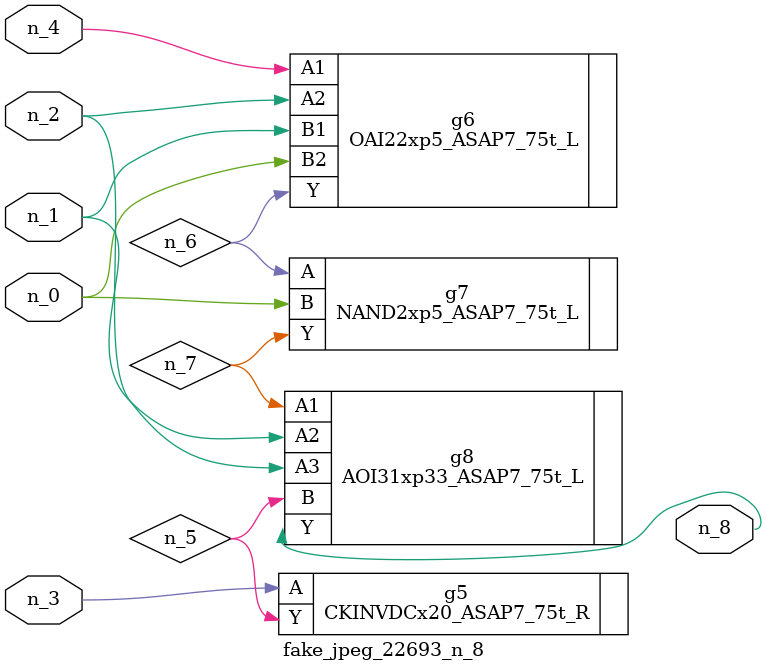
<source format=v>
module fake_jpeg_22693_n_8 (n_3, n_2, n_1, n_0, n_4, n_8);

input n_3;
input n_2;
input n_1;
input n_0;
input n_4;

output n_8;

wire n_6;
wire n_5;
wire n_7;

CKINVDCx20_ASAP7_75t_R g5 ( 
.A(n_3),
.Y(n_5)
);

OAI22xp5_ASAP7_75t_L g6 ( 
.A1(n_4),
.A2(n_2),
.B1(n_1),
.B2(n_0),
.Y(n_6)
);

NAND2xp5_ASAP7_75t_L g7 ( 
.A(n_6),
.B(n_0),
.Y(n_7)
);

AOI31xp33_ASAP7_75t_L g8 ( 
.A1(n_7),
.A2(n_1),
.A3(n_2),
.B(n_5),
.Y(n_8)
);


endmodule
</source>
